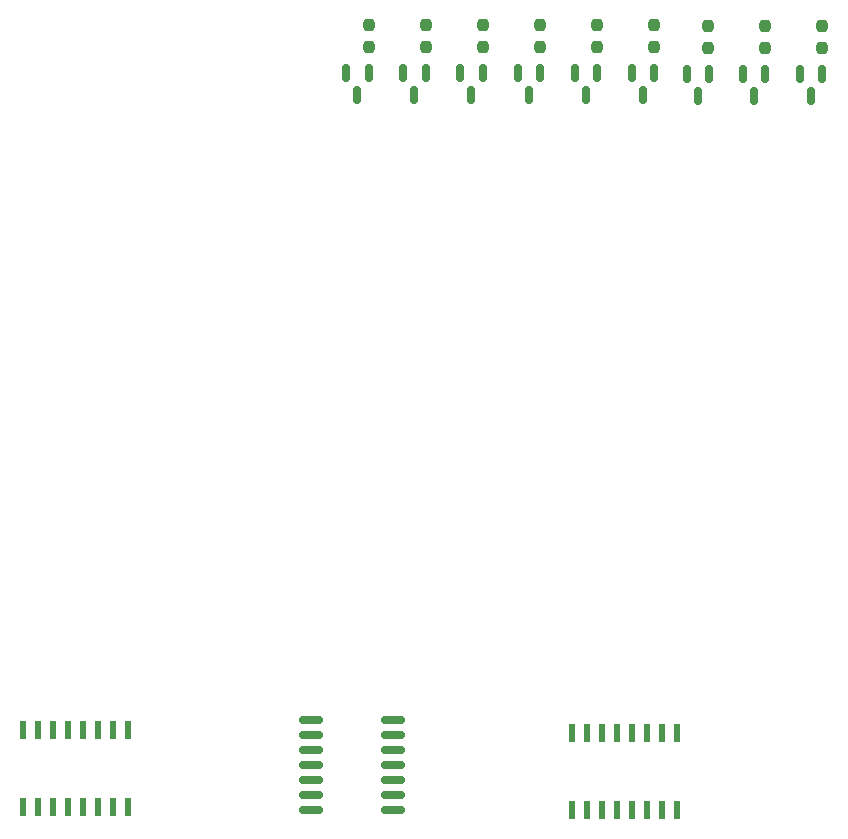
<source format=gbp>
G04 #@! TF.GenerationSoftware,KiCad,Pcbnew,(6.0.7)*
G04 #@! TF.CreationDate,2023-03-20T21:26:27-05:00*
G04 #@! TF.ProjectId,DriveBoard_Rev2,44726976-6542-46f6-9172-645f52657632,rev?*
G04 #@! TF.SameCoordinates,Original*
G04 #@! TF.FileFunction,Paste,Bot*
G04 #@! TF.FilePolarity,Positive*
%FSLAX46Y46*%
G04 Gerber Fmt 4.6, Leading zero omitted, Abs format (unit mm)*
G04 Created by KiCad (PCBNEW (6.0.7)) date 2023-03-20 21:26:27*
%MOMM*%
%LPD*%
G01*
G04 APERTURE LIST*
G04 Aperture macros list*
%AMRoundRect*
0 Rectangle with rounded corners*
0 $1 Rounding radius*
0 $2 $3 $4 $5 $6 $7 $8 $9 X,Y pos of 4 corners*
0 Add a 4 corners polygon primitive as box body*
4,1,4,$2,$3,$4,$5,$6,$7,$8,$9,$2,$3,0*
0 Add four circle primitives for the rounded corners*
1,1,$1+$1,$2,$3*
1,1,$1+$1,$4,$5*
1,1,$1+$1,$6,$7*
1,1,$1+$1,$8,$9*
0 Add four rect primitives between the rounded corners*
20,1,$1+$1,$2,$3,$4,$5,0*
20,1,$1+$1,$4,$5,$6,$7,0*
20,1,$1+$1,$6,$7,$8,$9,0*
20,1,$1+$1,$8,$9,$2,$3,0*%
G04 Aperture macros list end*
%ADD10RoundRect,0.237500X-0.237500X0.250000X-0.237500X-0.250000X0.237500X-0.250000X0.237500X0.250000X0*%
%ADD11RoundRect,0.150000X-0.150000X0.587500X-0.150000X-0.587500X0.150000X-0.587500X0.150000X0.587500X0*%
%ADD12RoundRect,0.137500X-0.137500X0.662500X-0.137500X-0.662500X0.137500X-0.662500X0.137500X0.662500X0*%
%ADD13RoundRect,0.137500X0.137500X-0.662500X0.137500X0.662500X-0.137500X0.662500X-0.137500X-0.662500X0*%
%ADD14RoundRect,0.150000X-0.837500X-0.150000X0.837500X-0.150000X0.837500X0.150000X-0.837500X0.150000X0*%
G04 APERTURE END LIST*
D10*
X170641000Y-68762000D03*
X170641000Y-70587000D03*
X151544000Y-68683500D03*
X151544000Y-70508500D03*
D11*
X159324000Y-72722500D03*
X161224000Y-72722500D03*
X160274000Y-74597500D03*
D10*
X175467000Y-68762000D03*
X175467000Y-70587000D03*
D11*
X139973000Y-72722500D03*
X141873000Y-72722500D03*
X140923000Y-74597500D03*
D12*
X112649000Y-128322000D03*
X113919000Y-128322000D03*
X115189000Y-128322000D03*
X116459000Y-128322000D03*
X117729000Y-128322000D03*
X118999000Y-128322000D03*
X120269000Y-128322000D03*
X121539000Y-128322000D03*
X121539000Y-134822000D03*
X120269000Y-134822000D03*
X118999000Y-134822000D03*
X117729000Y-134822000D03*
X116459000Y-134822000D03*
X115189000Y-134822000D03*
X113919000Y-134822000D03*
X112649000Y-134822000D03*
D11*
X164150000Y-72722500D03*
X166050000Y-72722500D03*
X165100000Y-74597500D03*
X178374000Y-72801000D03*
X180274000Y-72801000D03*
X179324000Y-74676000D03*
D13*
X168021000Y-135076000D03*
X166751000Y-135076000D03*
X165481000Y-135076000D03*
X164211000Y-135076000D03*
X162941000Y-135076000D03*
X161671000Y-135076000D03*
X160401000Y-135076000D03*
X159131000Y-135076000D03*
X159131000Y-128576000D03*
X160401000Y-128576000D03*
X161671000Y-128576000D03*
X162941000Y-128576000D03*
X164211000Y-128576000D03*
X165481000Y-128576000D03*
X166751000Y-128576000D03*
X168021000Y-128576000D03*
D11*
X149625000Y-72722500D03*
X151525000Y-72722500D03*
X150575000Y-74597500D03*
D10*
X161243000Y-68683500D03*
X161243000Y-70508500D03*
X180293000Y-68762000D03*
X180293000Y-70587000D03*
D11*
X173548000Y-72801000D03*
X175448000Y-72801000D03*
X174498000Y-74676000D03*
D10*
X146718000Y-68683500D03*
X146718000Y-70508500D03*
X166069000Y-68683500D03*
X166069000Y-70508500D03*
D14*
X136999500Y-135128000D03*
X136999500Y-133858000D03*
X136999500Y-132588000D03*
X136999500Y-131318000D03*
X136999500Y-130048000D03*
X136999500Y-128778000D03*
X136999500Y-127508000D03*
X143924500Y-127508000D03*
X143924500Y-128778000D03*
X143924500Y-130048000D03*
X143924500Y-131318000D03*
X143924500Y-132588000D03*
X143924500Y-133858000D03*
X143924500Y-135128000D03*
D10*
X141892000Y-68683500D03*
X141892000Y-70508500D03*
D11*
X168788000Y-72801000D03*
X170688000Y-72801000D03*
X169738000Y-74676000D03*
X144799000Y-72722500D03*
X146699000Y-72722500D03*
X145749000Y-74597500D03*
D10*
X156417000Y-68683500D03*
X156417000Y-70508500D03*
D11*
X154498000Y-72722500D03*
X156398000Y-72722500D03*
X155448000Y-74597500D03*
M02*

</source>
